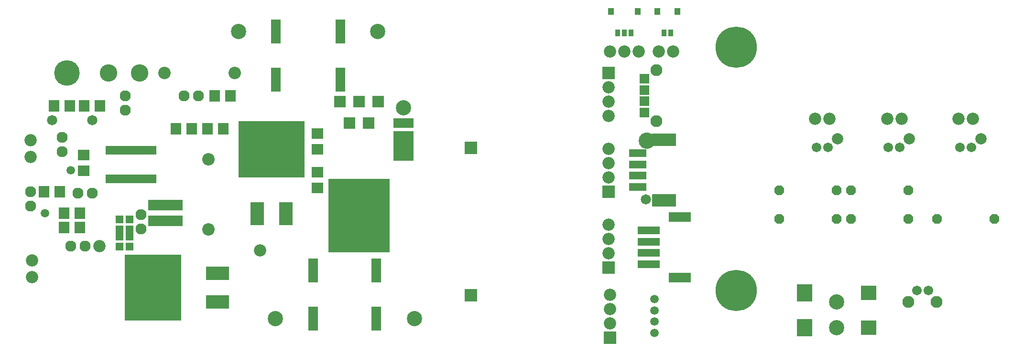
<source format=gts>
G75*
G70*
%OFA0B0*%
%FSLAX24Y24*%
%IPPOS*%
%LPD*%
%AMOC8*
5,1,8,0,0,1.08239X$1,22.5*
%
%ADD10R,0.0290X0.0620*%
%ADD11R,0.0829X0.0750*%
%ADD12R,0.0750X0.0829*%
%ADD13C,0.0860*%
%ADD14C,0.0770*%
%ADD15R,0.0553X0.0553*%
%ADD16C,0.0870*%
%ADD17C,0.0714*%
%ADD18R,0.4620X0.3919*%
%ADD19R,0.0940X0.1620*%
%ADD20R,0.3919X0.4620*%
%ADD21R,0.1620X0.0940*%
%ADD22R,0.0793X0.0793*%
%ADD23C,0.2070*%
%ADD24R,0.4270X0.5120*%
%ADD25R,0.0870X0.0870*%
%ADD26R,0.1443X0.2092*%
%ADD27R,0.1443X0.0671*%
%ADD28R,0.0711X0.1655*%
%ADD29C,0.1215*%
%ADD30C,0.1780*%
%ADD31R,0.0376X0.0514*%
%ADD32R,0.0435X0.0455*%
%ADD33R,0.0675X0.0675*%
%ADD34C,0.0832*%
%ADD35R,0.1222X0.0553*%
%ADD36R,0.1655X0.0868*%
%ADD37C,0.1140*%
%ADD38R,0.1577X0.0711*%
%ADD39R,0.1577X0.0553*%
%ADD40C,0.0596*%
%ADD41R,0.0860X0.0860*%
%ADD42C,0.0675*%
%ADD43C,0.0793*%
%ADD44OC8,0.0680*%
%ADD45R,0.1065X0.1222*%
%ADD46R,0.1065X0.1020*%
%ADD47C,0.1065*%
%ADD48C,0.0596*%
%ADD49C,0.2882*%
D10*
X007306Y012526D03*
X007556Y012526D03*
X007806Y012526D03*
X008056Y012526D03*
X008306Y012526D03*
X008556Y012526D03*
X008806Y012526D03*
X009056Y012526D03*
X009306Y012526D03*
X009556Y012526D03*
X009806Y012526D03*
X010056Y012526D03*
X010306Y012526D03*
X010556Y012526D03*
X010556Y014526D03*
X010306Y014526D03*
X010056Y014526D03*
X009806Y014526D03*
X009556Y014526D03*
X009306Y014526D03*
X009056Y014526D03*
X008806Y014526D03*
X008556Y014526D03*
X008306Y014526D03*
X008056Y014526D03*
X007806Y014526D03*
X007556Y014526D03*
X007306Y014526D03*
D11*
X005631Y014177D03*
X005631Y013074D03*
X010531Y010677D03*
X011331Y010677D03*
X012131Y010677D03*
X012131Y009574D03*
X011331Y009574D03*
X010531Y009574D03*
X021931Y011874D03*
X021931Y012977D03*
X021931Y014574D03*
X021931Y015677D03*
D12*
X015382Y016026D03*
X014280Y016026D03*
X013182Y016026D03*
X012080Y016026D03*
X006782Y017626D03*
X005680Y017626D03*
X004682Y017626D03*
X003580Y017626D03*
X014780Y018326D03*
X015882Y018326D03*
X003982Y011626D03*
X002880Y011626D03*
X004280Y010126D03*
X005382Y010126D03*
X005382Y009126D03*
X004280Y009126D03*
D13*
X006731Y007826D03*
X002031Y006796D03*
X002031Y005656D03*
X017931Y007526D03*
X001931Y014056D03*
X001931Y015196D03*
X042231Y014626D03*
X042231Y013626D03*
X042231Y012626D03*
X042231Y009326D03*
X042231Y008326D03*
X042231Y007326D03*
X042331Y004426D03*
X042331Y003426D03*
X042331Y002426D03*
X056641Y016726D03*
X057641Y016726D03*
X061681Y016726D03*
X062681Y016726D03*
X066631Y016726D03*
X067631Y016726D03*
X046731Y021426D03*
X045731Y021426D03*
X044331Y021426D03*
X043331Y021426D03*
X042331Y021426D03*
X042231Y018926D03*
X042231Y017926D03*
X042231Y016926D03*
D14*
X013631Y018326D03*
X012631Y018326D03*
X008531Y018326D03*
X008531Y017326D03*
X004131Y015426D03*
X004131Y014426D03*
X005231Y011526D03*
X006231Y011526D03*
X009631Y010026D03*
X009631Y009026D03*
X005731Y007826D03*
X004731Y007826D03*
X001931Y010626D03*
X001931Y011626D03*
D15*
X008131Y009660D03*
X008831Y009660D03*
X008831Y008991D03*
X008131Y008991D03*
X008131Y008460D03*
X008831Y008460D03*
X008831Y007791D03*
X008131Y007791D03*
D16*
X014331Y008975D03*
X014331Y013876D03*
X016182Y019926D03*
X011280Y019926D03*
D17*
X006231Y016626D03*
X003431Y016626D03*
X044833Y011078D03*
D18*
X018731Y014576D03*
D19*
X017731Y010076D03*
X019731Y010076D03*
D20*
X010481Y004926D03*
D21*
X014981Y005926D03*
X014981Y003926D03*
D22*
X024161Y016426D03*
X025501Y016426D03*
X024831Y017926D03*
X023491Y017926D03*
X026171Y017926D03*
D23*
X024831Y009056D03*
D24*
X024831Y009956D03*
D25*
X032631Y014676D03*
X032631Y004376D03*
D26*
X027931Y014826D03*
D27*
X027931Y016423D03*
D28*
X023531Y019452D03*
X019031Y019452D03*
X019031Y022799D03*
X023531Y022799D03*
X021631Y006099D03*
X026031Y006099D03*
X026031Y002752D03*
X021631Y002752D03*
D29*
X009529Y019926D03*
X007364Y019926D03*
D30*
X004461Y019926D03*
D31*
X042859Y022726D03*
X043331Y022726D03*
X043803Y022726D03*
X046095Y022726D03*
X046567Y022726D03*
D32*
X047020Y024212D03*
X045642Y024212D03*
X044256Y024212D03*
X042406Y024212D03*
D33*
X044731Y019507D03*
X044731Y018719D03*
X044731Y017932D03*
X044731Y017145D03*
D34*
X045577Y016554D03*
X045577Y020097D03*
X063147Y003899D03*
X065115Y003899D03*
D35*
X044282Y011945D03*
X044282Y012732D03*
X044282Y013519D03*
X044282Y014307D03*
D36*
X046113Y015232D03*
X046113Y011019D03*
D37*
X044892Y015173D03*
D38*
X047203Y009832D03*
X047203Y005619D03*
D39*
X045037Y006545D03*
X045037Y007332D03*
X045037Y008119D03*
X045037Y008907D03*
D40*
X045431Y004107D03*
X045431Y003319D03*
X045431Y002532D03*
X045431Y001745D03*
D41*
X042331Y001426D03*
X042231Y006326D03*
X042231Y011626D03*
X042231Y019926D03*
D42*
X056737Y014726D03*
X057525Y014726D03*
X061737Y014726D03*
X062525Y014726D03*
X066737Y014726D03*
X067525Y014726D03*
X064525Y004726D03*
X063737Y004726D03*
D43*
X063194Y015316D03*
X058194Y015316D03*
X068194Y015316D03*
D44*
X063131Y011726D03*
X059131Y011726D03*
X058131Y011726D03*
X054131Y011726D03*
X054131Y009726D03*
X058131Y009726D03*
X059131Y009726D03*
X063131Y009726D03*
X065131Y009726D03*
X069131Y009726D03*
D45*
X055887Y004527D03*
X055887Y002126D03*
D46*
X060375Y002126D03*
X060375Y004527D03*
D47*
X058131Y003926D03*
X058131Y002126D03*
X028701Y002749D03*
X019001Y002749D03*
X027931Y017476D03*
X026131Y022799D03*
X016431Y022799D03*
D48*
X004731Y013126D03*
X002931Y010126D03*
D49*
X051131Y004726D03*
X051131Y021726D03*
M02*

</source>
